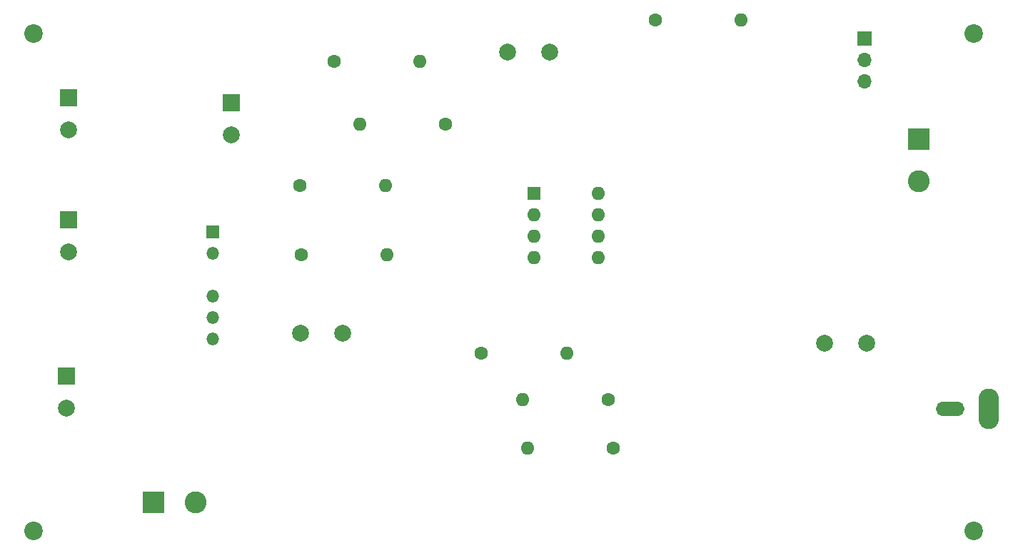
<source format=gbr>
%TF.GenerationSoftware,KiCad,Pcbnew,5.99.0+really5.1.10+dfsg1-1*%
%TF.CreationDate,2021-12-12T18:58:12-06:00*%
%TF.ProjectId,diyperksmic,64697970-6572-46b7-936d-69632e6b6963,rev?*%
%TF.SameCoordinates,Original*%
%TF.FileFunction,Soldermask,Top*%
%TF.FilePolarity,Negative*%
%FSLAX46Y46*%
G04 Gerber Fmt 4.6, Leading zero omitted, Abs format (unit mm)*
G04 Created by KiCad (PCBNEW 5.99.0+really5.1.10+dfsg1-1) date 2021-12-12 18:58:12*
%MOMM*%
%LPD*%
G01*
G04 APERTURE LIST*
%ADD10O,1.600000X1.600000*%
%ADD11C,1.600000*%
%ADD12R,1.700000X1.700000*%
%ADD13O,1.700000X1.700000*%
%ADD14C,2.200000*%
%ADD15O,2.400000X4.800000*%
%ADD16O,3.400000X1.700000*%
%ADD17R,2.000000X2.000000*%
%ADD18C,2.000000*%
%ADD19R,2.600000X2.600000*%
%ADD20C,2.600000*%
%ADD21R,1.500000X1.500000*%
%ADD22O,1.500000X1.500000*%
%ADD23R,1.600000X1.600000*%
G04 APERTURE END LIST*
D10*
%TO.C,R4*%
X130261360Y-48790860D03*
D11*
X120101360Y-48790860D03*
%TD*%
D12*
%TO.C,J1*%
X183047640Y-46154340D03*
D13*
X183047640Y-48694340D03*
X183047640Y-51234340D03*
%TD*%
D14*
%TO.C,REF\u002A\u002A*%
X196000000Y-45500000D03*
%TD*%
%TO.C,REF\u002A\u002A*%
X196000000Y-104500000D03*
%TD*%
D15*
%TO.C,J2*%
X197736960Y-90096340D03*
D16*
X193236960Y-90096340D03*
%TD*%
D14*
%TO.C,REF\u002A\u002A*%
X84500000Y-104500000D03*
%TD*%
%TO.C,REF\u002A\u002A*%
X84500000Y-45500000D03*
%TD*%
D17*
%TO.C,C6*%
X88402160Y-86159340D03*
D18*
X88402160Y-89959340D03*
%TD*%
%TO.C,C7*%
X88673940Y-71432580D03*
D17*
X88673940Y-67632580D03*
%TD*%
D19*
%TO.C,J4*%
X189496700Y-58066940D03*
D20*
X189496700Y-63066940D03*
%TD*%
D21*
%TO.C,U2*%
X105740200Y-69052440D03*
D22*
X105740200Y-71592440D03*
X105740200Y-76672440D03*
X105740200Y-79212440D03*
X105740200Y-81752440D03*
%TD*%
D17*
%TO.C,C3*%
X107947460Y-53759100D03*
D18*
X107947460Y-57559100D03*
%TD*%
%TO.C,C4*%
X88663780Y-56974900D03*
D17*
X88663780Y-53174900D03*
%TD*%
D19*
%TO.C,J3*%
X98729800Y-101117400D03*
D20*
X103729800Y-101117400D03*
%TD*%
D23*
%TO.C,U1*%
X143832580Y-64482980D03*
D10*
X151452580Y-72102980D03*
X143832580Y-67022980D03*
X151452580Y-69562980D03*
X143832580Y-69562980D03*
X151452580Y-67022980D03*
X143832580Y-72102980D03*
X151452580Y-64482980D03*
%TD*%
D18*
%TO.C,C1*%
X145721080Y-47703740D03*
X140721080Y-47703740D03*
%TD*%
%TO.C,C2*%
X121145300Y-81107280D03*
X116145300Y-81107280D03*
%TD*%
%TO.C,C5*%
X183337200Y-82290920D03*
X178337200Y-82290920D03*
%TD*%
D11*
%TO.C,R1*%
X158257240Y-43916600D03*
D10*
X168417240Y-43916600D03*
%TD*%
D11*
%TO.C,R2*%
X116217700Y-71780400D03*
D10*
X126377700Y-71780400D03*
%TD*%
%TO.C,R3*%
X142496540Y-88922860D03*
D11*
X152656540Y-88922860D03*
%TD*%
D10*
%TO.C,R5*%
X147718780Y-83444080D03*
D11*
X137558780Y-83444080D03*
%TD*%
%TO.C,R6*%
X133380480Y-56250840D03*
D10*
X123220480Y-56250840D03*
%TD*%
D11*
%TO.C,R7*%
X153278840Y-94739460D03*
D10*
X143118840Y-94739460D03*
%TD*%
%TO.C,R8*%
X126268480Y-63527940D03*
D11*
X116108480Y-63527940D03*
%TD*%
M02*

</source>
